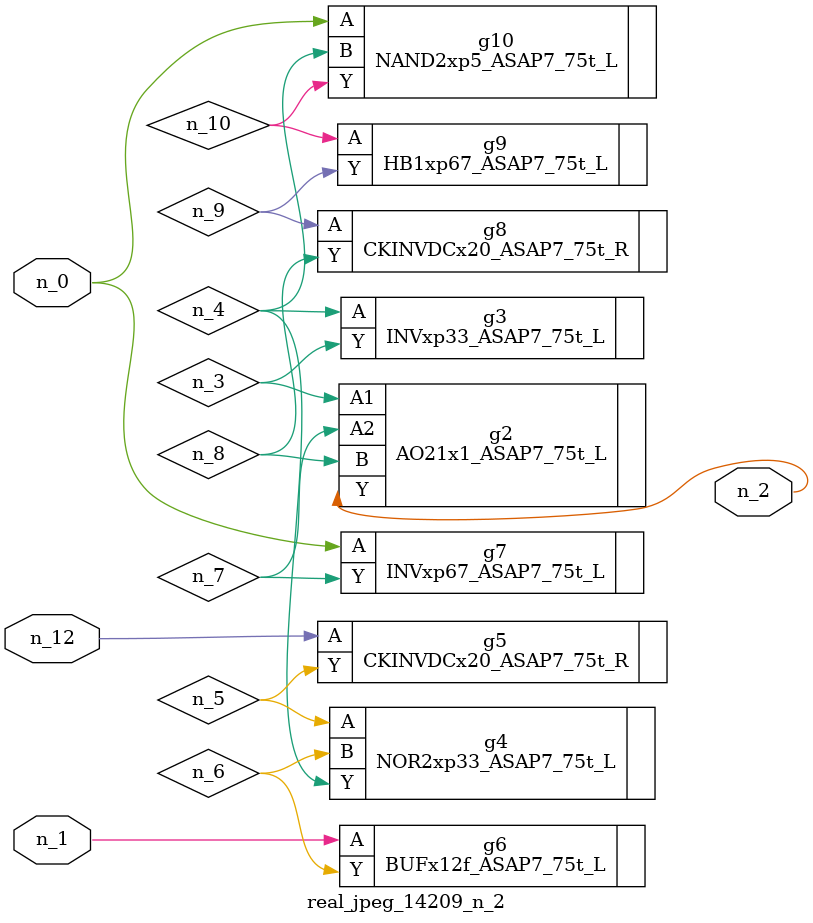
<source format=v>
module real_jpeg_14209_n_2 (n_12, n_1, n_0, n_2);

input n_12;
input n_1;
input n_0;

output n_2;

wire n_5;
wire n_4;
wire n_8;
wire n_6;
wire n_7;
wire n_3;
wire n_10;
wire n_9;

INVxp67_ASAP7_75t_L g7 ( 
.A(n_0),
.Y(n_7)
);

NAND2xp5_ASAP7_75t_L g10 ( 
.A(n_0),
.B(n_4),
.Y(n_10)
);

BUFx12f_ASAP7_75t_L g6 ( 
.A(n_1),
.Y(n_6)
);

AO21x1_ASAP7_75t_L g2 ( 
.A1(n_3),
.A2(n_7),
.B(n_8),
.Y(n_2)
);

INVxp33_ASAP7_75t_L g3 ( 
.A(n_4),
.Y(n_3)
);

NOR2xp33_ASAP7_75t_L g4 ( 
.A(n_5),
.B(n_6),
.Y(n_4)
);

CKINVDCx20_ASAP7_75t_R g8 ( 
.A(n_9),
.Y(n_8)
);

HB1xp67_ASAP7_75t_L g9 ( 
.A(n_10),
.Y(n_9)
);

CKINVDCx20_ASAP7_75t_R g5 ( 
.A(n_12),
.Y(n_5)
);


endmodule
</source>
